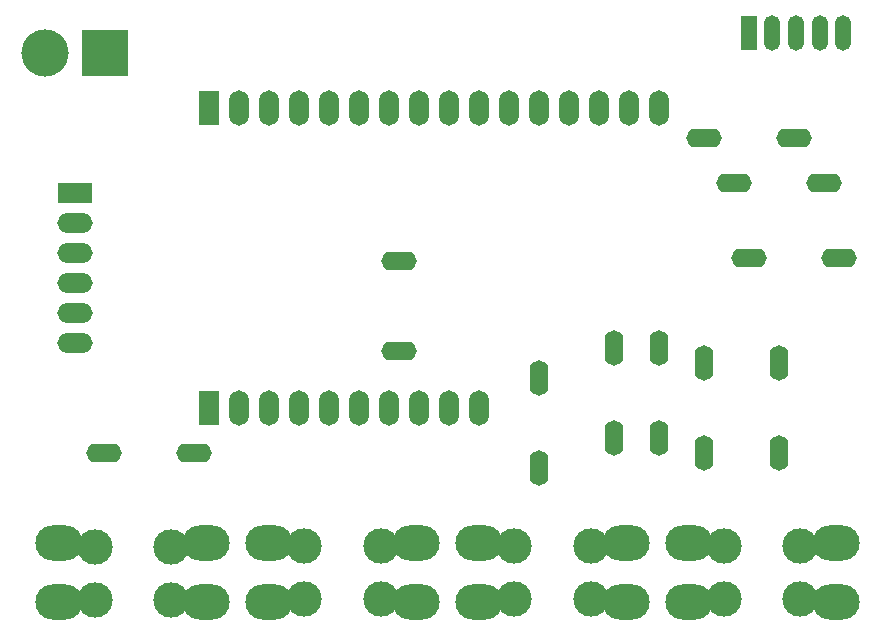
<source format=gbr>
G04 #@! TF.FileFunction,Copper,L1,Top,Signal*
%FSLAX46Y46*%
G04 Gerber Fmt 4.6, Leading zero omitted, Abs format (unit mm)*
G04 Created by KiCad (PCBNEW 4.0.7) date 02/16/18 07:03:29*
%MOMM*%
%LPD*%
G01*
G04 APERTURE LIST*
%ADD10C,0.100000*%
%ADD11C,3.000000*%
%ADD12O,3.000000X1.600000*%
%ADD13O,4.000000X3.000000*%
%ADD14O,1.600000X3.000000*%
%ADD15R,1.350000X3.000000*%
%ADD16O,1.350000X3.000000*%
%ADD17R,1.700000X3.000000*%
%ADD18O,1.700000X3.000000*%
%ADD19R,3.000000X1.700000*%
%ADD20O,3.000000X1.700000*%
%ADD21R,4.000000X4.000000*%
%ADD22C,4.000000*%
G04 APERTURE END LIST*
D10*
D11*
X131220000Y-97450000D03*
X131220000Y-92950000D03*
X137720000Y-97450000D03*
X137720000Y-92950000D03*
X113510000Y-97480000D03*
X113510000Y-92980000D03*
X120010000Y-97480000D03*
X120010000Y-92980000D03*
X95690000Y-97480000D03*
X95690000Y-92980000D03*
X102190000Y-97480000D03*
X102190000Y-92980000D03*
D12*
X140970000Y-68580000D03*
X133350000Y-68580000D03*
D13*
X140770000Y-92710000D03*
X140770000Y-97710000D03*
X128270000Y-92710000D03*
X128270000Y-97710000D03*
X122990000Y-92710000D03*
X122990000Y-97710000D03*
X110490000Y-92710000D03*
X110490000Y-97710000D03*
X105210000Y-92710000D03*
X105210000Y-97710000D03*
X92710000Y-92710000D03*
X92710000Y-97710000D03*
D12*
X139700000Y-62230000D03*
X132080000Y-62230000D03*
X137160000Y-58420000D03*
X129540000Y-58420000D03*
X103770000Y-76450000D03*
X103770000Y-68830000D03*
D14*
X135890000Y-85090000D03*
X135890000Y-77470000D03*
D15*
X133350000Y-49530000D03*
D16*
X135350000Y-49530000D03*
X137350000Y-49530000D03*
X139350000Y-49530000D03*
X141350000Y-49530000D03*
D14*
X125730000Y-83820000D03*
X125730000Y-76200000D03*
X121920000Y-83820000D03*
X121920000Y-76200000D03*
D12*
X86360000Y-85090000D03*
X78740000Y-85090000D03*
D14*
X129540000Y-85090000D03*
X129540000Y-77470000D03*
D17*
X87630000Y-55880000D03*
D18*
X90170000Y-55880000D03*
X92710000Y-55880000D03*
X95250000Y-55880000D03*
X97790000Y-55880000D03*
X100330000Y-55880000D03*
X102870000Y-55880000D03*
X105410000Y-55880000D03*
X107950000Y-55880000D03*
X110490000Y-55880000D03*
X113030000Y-55880000D03*
X115570000Y-55880000D03*
X118110000Y-55880000D03*
X120650000Y-55880000D03*
X123190000Y-55880000D03*
X125730000Y-55880000D03*
D17*
X87630000Y-81280000D03*
D18*
X90170000Y-81280000D03*
X92710000Y-81280000D03*
X95250000Y-81280000D03*
X97790000Y-81280000D03*
X100330000Y-81280000D03*
X102870000Y-81280000D03*
X105410000Y-81280000D03*
X107950000Y-81280000D03*
X110490000Y-81280000D03*
D19*
X76328481Y-63103547D03*
D20*
X76328481Y-65643547D03*
X76328481Y-68183547D03*
X76328481Y-70723547D03*
X76328481Y-73263547D03*
X76328481Y-75803547D03*
D14*
X115570000Y-86360000D03*
X115570000Y-78740000D03*
D13*
X87430000Y-92710000D03*
X87430000Y-97710000D03*
X74930000Y-92710000D03*
X74930000Y-97710000D03*
D21*
X78810000Y-51200000D03*
D22*
X73730000Y-51200000D03*
D11*
X77960000Y-97540000D03*
X77960000Y-93040000D03*
X84460000Y-97540000D03*
X84460000Y-93040000D03*
M02*

</source>
